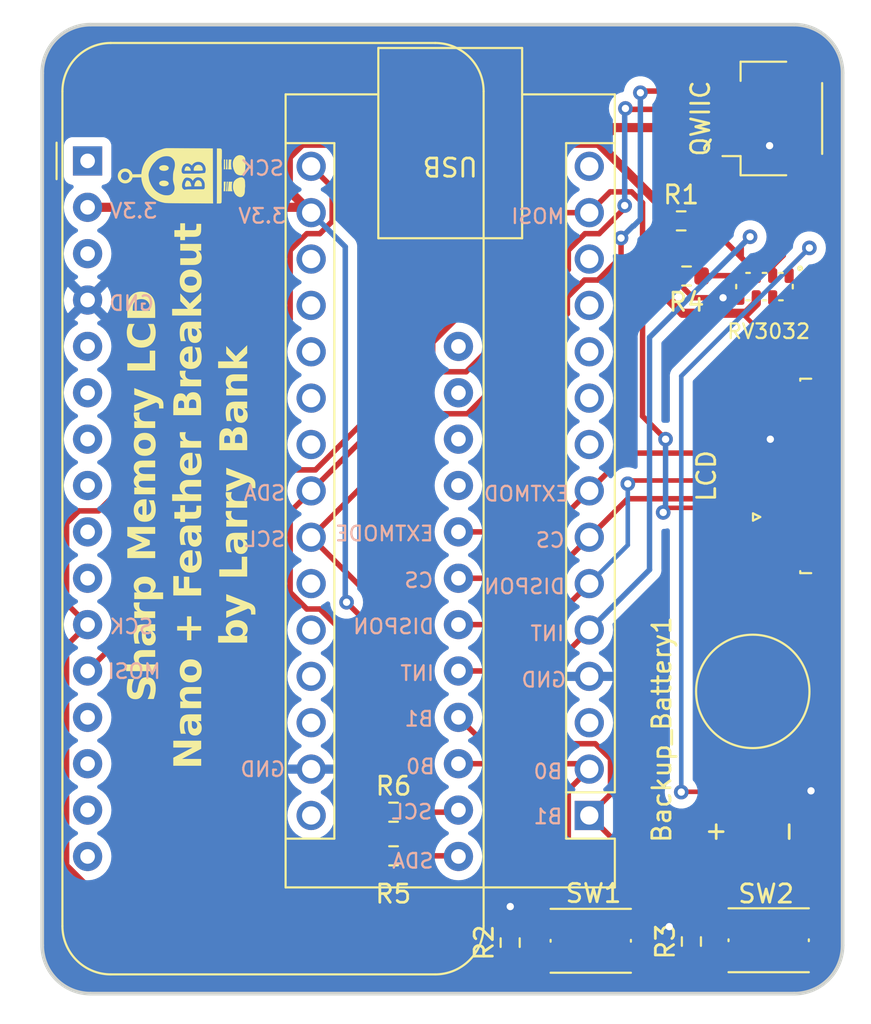
<source format=kicad_pcb>
(kicad_pcb (version 20221018) (generator pcbnew)
  (layers (0 "F.Cu" signal) (31 "B.Cu" signal) (34 "B.Paste" user) (35 "F.Paste" user) (36 "B.SilkS" user "B.Silkscreen") (37 "F.SilkS" user "F.Silkscreen") (38 "B.Mask" user) (39 "F.Mask" user) (44 "Edge.Cuts" user))
  (net 0 "")
  (net 1 "BUTTON1")
  (net 2 "BUTTON0")
  (net 4 "INT")
  (net 5 "DISPON")
  (net 6 "CS")
  (net 7 "EXTMODE")
  (net 13 "MOSI")
  (net 15 "SCK")
  (net 16 "+3.3V")
  (net 22 "SCL")
  (net 30 "GND")
  (net 45 "VBATT")
  (net 46 "Net-(R2-Pad1)")
  (net 47 "Net-(R3-Pad1)")
  (net 48 "Net-(RV1-EVI)")
  (net 49 "CLKOUT")
  (net 50 "SDA")
  (footprint "Battery:CR44_Tabs" (layer "F.Cu") (at 217.135 409.183223 90)
    (fp_text reference "Backup_Battery1" (at 0.913223 2.605 90 unlocked) (layer "F.SilkS"))
    (fp_text value "Battery_Cell")
    (fp_text user "-" (at -5.4 10.1 90 unlocked) (layer "F.SilkS") (effects (justify left bottom)))
    (fp_text user "+" (at -5.4 6.1 90 unlocked) (layer "F.SilkS") (effects (justify left bottom)))
    (pad "1" smd roundrect (at -2.5 5.5 90) (size 3 1) (layers "F.Cu" "F.Paste" "F.Mask") (net 45 "VBATT"))
    (pad "2" smd roundrect (at -2.5 9.5 90) (size 3 1) (layers "F.Cu" "F.Paste" "F.Mask") (net 30 "GND"))
  )
  (footprint "Resistor_SMD:R_0603_1608Metric" (layer "F.Cu") (at 205.045 415.19)
    (fp_text reference "R5" (at -0.015 2.09) (layer "F.SilkS"))
    (fp_text value "4.7k")
    (pad "1" smd roundrect (at -0.825 0) (size 0.8 0.95) (layers "F.Cu" "F.Paste" "F.Mask") (net 16 "+3.3V"))
    (pad "2" smd roundrect (at 0.825 0) (size 0.8 0.95) (layers "F.Cu" "F.Paste" "F.Mask") (net 50 "SDA"))
  )
  (footprint "Resistor_SMD:R_0603_1608Metric" (layer "F.Cu") (at 211.435 419.945 90)
    (fp_text reference "R2" (at 0 -1.43 90) (layer "F.SilkS"))
    (fp_text value "10k")
    (pad "1" smd roundrect (at -0.825 0 90) (size 0.8 0.95) (layers "F.Cu" "F.Paste" "F.Mask") (net 46 "Net-(R2-Pad1)"))
    (pad "2" smd roundrect (at 0.825 0 90) (size 0.8 0.95) (layers "F.Cu" "F.Paste" "F.Mask") (net 30 "GND"))
  )
  (footprint "Module:Adafruit_Feather" (layer "F.Cu") (at 188.28 377.125)
    (fp_text reference "A2" hide)
    (fp_text value "Adafruit_Feather_Generic" hide)
    (pad "1" thru_hole rect (at 0 0 180) (size 1.6 1.6) (drill 0.8) (layers "*.Cu" "*.Mask"))
    (pad "2" thru_hole circle (at 0 2.54 180) (size 1.6 1.6) (drill 0.8) (layers "*.Cu" "*.Mask") (net 16 "+3.3V"))
    (pad "3" thru_hole circle (at 0 5.08 180) (size 1.6 1.6) (drill 0.8) (layers "*.Cu" "*.Mask"))
    (pad "4" thru_hole circle (at 0 7.62 180) (size 1.6 1.6) (drill 0.8) (layers "*.Cu" "*.Mask") (net 30 "GND"))
    (pad "5" thru_hole circle (at 0 10.16 180) (size 1.6 1.6) (drill 0.8) (layers "*.Cu" "*.Mask"))
    (pad "6" thru_hole circle (at 0 12.7 180) (size 1.6 1.6) (drill 0.8) (layers "*.Cu" "*.Mask"))
    (pad "7" thru_hole circle (at 0 15.24 180) (size 1.6 1.6) (drill 0.8) (layers "*.Cu" "*.Mask"))
    (pad "8" thru_hole circle (at 0 17.78 180) (size 1.6 1.6) (drill 0.8) (layers "*.Cu" "*.Mask"))
    (pad "9" thru_hole circle (at 0 20.32 180) (size 1.6 1.6) (drill 0.8) (layers "*.Cu" "*.Mask"))
    (pad "10" thru_hole circle (at 0 22.86 180) (size 1.6 1.6) (drill 0.8) (layers "*.Cu" "*.Mask"))
    (pad "11" thru_hole circle (at 0 25.4 180) (size 1.6 1.6) (drill 0.8) (layers "*.Cu" "*.Mask") (net 15 "SCK"))
    (pad "12" thru_hole circle (at 0 27.94 180) (size 1.6 1.6) (drill 0.8) (layers "*.Cu" "*.Mask") (net 13 "MOSI"))
    (pad "13" thru_hole circle (at 0 30.48 180) (size 1.6 1.6) (drill 0.8) (layers "*.Cu" "*.Mask"))
    (pad "14" thru_hole circle (at 0 33.02 180) (size 1.6 1.6) (drill 0.8) (layers "*.Cu" "*.Mask"))
    (pad "15" thru_hole circle (at 0 35.56 180) (size 1.6 1.6) (drill 0.8) (layers "*.Cu" "*.Mask"))
    (pad "16" thru_hole circle (at 0 38.1 180) (size 1.6 1.6) (drill 0.8) (layers "*.Cu" "*.Mask"))
    (pad "17" thru_hole circle (at 20.32 38.1 180) (size 1.6 1.6) (drill 0.8) (layers "*.Cu" "*.Mask") (net 50 "SDA"))
    (pad "18" thru_hole circle (at 20.32 35.56 180) (size 1.6 1.6) (drill 0.8) (layers "*.Cu" "*.Mask") (net 22 "SCL"))
    (pad "19" thru_hole circle (at 20.32 33.02 180) (size 1.6 1.6) (drill 0.8) (layers "*.Cu" "*.Mask") (net 2 "BUTTON0"))
    (pad "20" thru_hole circle (at 20.32 30.48 180) (size 1.6 1.6) (drill 0.8) (layers "*.Cu" "*.Mask") (net 1 "BUTTON1"))
    (pad "21" thru_hole circle (at 20.32 27.94 180) (size 1.6 1.6) (drill 0.8) (layers "*.Cu" "*.Mask") (net 4 "INT"))
    (pad "22" thru_hole circle (at 20.32 25.4 180) (size 1.6 1.6) (drill 0.8) (layers "*.Cu" "*.Mask") (net 5 "DISPON"))
    (pad "23" thru_hole circle (at 20.32 22.86 180) (size 1.6 1.6) (drill 0.8) (layers "*.Cu" "*.Mask") (net 6 "CS"))
    (pad "24" thru_hole circle (at 20.32 20.32 180) (size 1.6 1.6) (drill 0.8) (layers "*.Cu" "*.Mask") (net 7 "EXTMODE"))
    (pad "25" thru_hole circle (at 20.32 17.78 180) (size 1.6 1.6) (drill 0.8) (layers "*.Cu" "*.Mask"))
    (pad "26" thru_hole circle (at 20.32 15.24 180) (size 1.6 1.6) (drill 0.8) (layers "*.Cu" "*.Mask"))
    (pad "27" thru_hole circle (at 20.32 12.7 180) (size 1.6 1.6) (drill 0.8) (layers "*.Cu" "*.Mask"))
    (pad "28" thru_hole circle (at 20.32 10.16 180) (size 1.6 1.6) (drill 0.8) (layers "*.Cu" "*.Mask"))
  )
  (footprint "Resistor_SMD:R_0603_1608Metric" (layer "F.Cu") (at 220.805 380.41)
    (fp_text reference "R1" (at 0 -1.43) (layer "F.SilkS"))
    (fp_text value "100K")
    (pad "1" smd roundrect (at -0.825 0) (size 0.8 0.95) (layers "F.Cu" "F.Paste" "F.Mask") (net 16 "+3.3V"))
    (pad "2" smd roundrect (at 0.825 0) (size 0.8 0.95) (layers "F.Cu" "F.Paste" "F.Mask") (net 4 "INT"))
  )
  (footprint "LOGO" (layer "F.Cu") (at 193.43 377.94 90)
    (fp_text reference "G***" hide)
    (fp_text value "LOGO" hide)
  )
  (footprint "Button_Switch_SMD:SW_Push_1P1T_NO_Vertical_Wuerth_434133025816" (layer "F.Cu") (at 225.6 419.815 180)
    (fp_text reference "SW2" (at 0.14 2.545) (layer "F.SilkS"))
    (fp_text value "SW_Push")
    (pad "1" smd rect (at -2.075 -1.075 180) (size 1.05 0.65) (layers "F.Cu" "F.Paste" "F.Mask") (net 47 "Net-(R3-Pad1)"))
    (pad "1" smd rect (at 2.075 -1.075 180) (size 1.05 0.65) (layers "F.Cu" "F.Paste" "F.Mask") (net 47 "Net-(R3-Pad1)"))
    (pad "2" smd rect (at -2.075 1.075 180) (size 1.05 0.65) (layers "F.Cu" "F.Paste" "F.Mask") (net 1 "BUTTON1"))
    (pad "2" smd rect (at 2.05 1.075 180) (size 1.05 0.65) (layers "F.Cu" "F.Paste" "F.Mask") (net 1 "BUTTON1"))
  )
  (footprint "Sensor:RV_3032_C7" (layer "F.Cu") (at 222.12 389.61 180)
    (fp_text reference "RV1" hide)
    (fp_text value "~")
    (pad "1" smd roundrect (at -4.6 6.2 180) (size 0.5 0.8) (layers "F.Cu" "F.Paste" "F.Mask") (net 45 "VBATT"))
    (pad "2" smd roundrect (at -3.7 6.2 180) (size 0.5 0.8) (layers "F.Cu" "F.Paste" "F.Mask") (net 50 "SDA"))
    (pad "3" smd roundrect (at -2.8 6.2 180) (size 0.5 0.8) (layers "F.Cu" "F.Paste" "F.Mask") (net 4 "INT"))
    (pad "4" smd roundrect (at -1.9 6.2 180) (size 0.5 0.8) (layers "F.Cu" "F.Paste" "F.Mask") (net 48 "Net-(RV1-EVI)"))
    (pad "5" smd roundrect (at -1.9 5 180) (size 0.5 0.8) (layers "F.Cu" "F.Paste" "F.Mask") (net 30 "GND"))
    (pad "6" smd roundrect (at -2.8 5 180) (size 0.5 0.8) (layers "F.Cu" "F.Paste" "F.Mask") (net 16 "+3.3V"))
    (pad "7" smd roundrect (at -3.7 5 180) (size 0.5 0.8) (layers "F.Cu" "F.Paste" "F.Mask") (net 49 "CLKOUT"))
    (pad "8" smd roundrect (at -4.6 5 180) (size 0.5 0.8) (layers "F.Cu" "F.Paste" "F.Mask") (net 22 "SCL"))
  )
  (footprint "Resistor_SMD:R_0603_1608Metric" (layer "F.Cu") (at 221.365 419.885 90)
    (fp_text reference "R3" (at 0 -1.43 90) (layer "F.SilkS"))
    (fp_text value "10k")
    (pad "1" smd roundrect (at -0.825 0 90) (size 0.8 0.95) (layers "F.Cu" "F.Paste" "F.Mask") (net 47 "Net-(R3-Pad1)"))
    (pad "2" smd roundrect (at 0.825 0 90) (size 0.8 0.95) (layers "F.Cu" "F.Paste" "F.Mask") (net 30 "GND"))
  )
  (footprint "Resistor_SMD:R_0603_1608Metric" (layer "F.Cu") (at 205.045 412.8)
    (fp_text reference "R6" (at 0 -1.43) (layer "F.SilkS"))
    (fp_text value "4.7k")
    (pad "1" smd roundrect (at -0.825 0) (size 0.8 0.95) (layers "F.Cu" "F.Paste" "F.Mask") (net 16 "+3.3V"))
    (pad "2" smd roundrect (at 0.825 0) (size 0.8 0.95) (layers "F.Cu" "F.Paste" "F.Mask") (net 22 "SCL"))
  )
  (footprint "Button_Switch_SMD:SW_Push_1P1T_NO_Vertical_Wuerth_434133025816" (layer "F.Cu") (at 215.85 419.845)
    (fp_text reference "SW1" (at 0.15 -2.6) (layer "F.SilkS"))
    (fp_text value "SW_Push")
    (pad "1" smd rect (at -2.075 -1.075) (size 1.05 0.65) (layers "F.Cu" "F.Paste" "F.Mask") (net 2 "BUTTON0"))
    (pad "1" smd rect (at 2.075 -1.075) (size 1.05 0.65) (layers "F.Cu" "F.Paste" "F.Mask") (net 2 "BUTTON0"))
    (pad "2" smd rect (at -2.075 1.075) (size 1.05 0.65) (layers "F.Cu" "F.Paste" "F.Mask") (net 46 "Net-(R2-Pad1)"))
    (pad "2" smd rect (at 2.05 1.075) (size 1.05 0.65) (layers "F.Cu" "F.Paste" "F.Mask") (net 46 "Net-(R2-Pad1)"))
  )
  (footprint "Module:Arduino_Nano" (layer "F.Cu") (at 215.77 412.98 180)
    (fp_text reference "A1" hide)
    (fp_text value "Arduino_Nano_v3.x")
    (fp_text user "USB" (at 7.62 35.56 180 unlocked) (layer "F.SilkS"))
    (pad "1" thru_hole rect (at 0 0 180) (size 1.6 1.6) (drill 1) (layers "*.Cu" "*.Mask") (net 1 "BUTTON1"))
    (pad "2" thru_hole oval (at 0 2.54 180) (size 1.6 1.6) (drill 1) (layers "*.Cu" "*.Mask") (net 2 "BUTTON0"))
    (pad "3" thru_hole oval (at 0 5.08 180) (size 1.6 1.6) (drill 1) (layers "*.Cu" "*.Mask"))
    (pad "4" thru_hole oval (at 0 7.62 180) (size 1.6 1.6) (drill 1) (layers "*.Cu" "*.Mask") (net 30 "GND"))
    (pad "5" thru_hole oval (at 0 10.16 180) (size 1.6 1.6) (drill 1) (layers "*.Cu" "*.Mask") (net 4 "INT"))
    (pad "6" thru_hole oval (at 0 12.7 180) (size 1.6 1.6) (drill 1) (layers "*.Cu" "*.Mask") (net 5 "DISPON"))
    (pad "7" thru_hole oval (at 0 15.24 180) (size 1.6 1.6) (drill 1) (layers "*.Cu" "*.Mask") (net 6 "CS"))
    (pad "8" thru_hole oval (at 0 17.78 180) (size 1.6 1.6) (drill 1) (layers "*.Cu" "*.Mask") (net 7 "EXTMODE"))
    (pad "9" thru_hole oval (at 0 20.32 180) (size 1.6 1.6) (drill 1) (layers "*.Cu" "*.Mask"))
    (pad "10" thru_hole oval (at 0 22.86 180) (size 1.6 1.6) (drill 1) (layers "*.Cu" "*.Mask"))
    (pad "11" thru_hole oval (at 0 25.4 180) (size 1.6 1.6) (drill 1) (layers "*.Cu" "*.Mask"))
    (pad "12" thru_hole oval (at 0 27.94 180) (size 1.6 1.6) (drill 1) (layers "*.Cu" "*.Mask"))
    (pad "13" thru_hole oval (at 0 30.48 180) (size 1.6 1.6) (drill 1) (layers "*.Cu" "*.Mask"))
    (pad "14" thru_hole oval (at 0 33.02 180) (size 1.6 1.6) (drill 1) (layers "*.Cu" "*.Mask") (net 13 "MOSI"))
    (pad "15" thru_hole oval (at 0 35.56 180) (size 1.6 1.6) (drill 1) (layers "*.Cu" "*.Mask"))
    (pad "16" thru_hole oval (at 15.24 35.56 180) (size 1.6 1.6) (drill 1) (layers "*.Cu" "*.Mask") (net 15 "SCK"))
    (pad "17" thru_hole oval (at 15.24 33.02 180) (size 1.6 1.6) (drill 1) (layers "*.Cu" "*.Mask") (net 16 "+3.3V"))
    (pad "18" thru_hole oval (at 15.24 30.48 180) (size 1.6 1.6) (drill 1) (layers "*.Cu" "*.Mask"))
    (pad "19" thru_hole oval (at 15.24 27.94 180) (size 1.6 1.6) (drill 1) (layers "*.Cu" "*.Mask"))
    (pad "20" thru_hole oval (at 15.24 25.4 180) (size 1.6 1.6) (drill 1) (layers "*.Cu" "*.Mask"))
    (pad "21" thru_hole oval (at 15.24 22.86 180) (size 1.6 1.6) (drill 1) (layers "*.Cu" "*.Mask"))
    (pad "22" thru_hole oval (at 15.24 20.32 180) (size 1.6 1.6) (drill 1) (layers "*.Cu" "*.Mask"))
    (pad "23" thru_hole oval (at 15.24 17.78 180) (size 1.6 1.6) (drill 1) (layers "*.Cu" "*.Mask") (net 50 "SDA"))
    (pad "24" thru_hole oval (at 15.24 15.24 180) (size 1.6 1.6) (drill 1) (layers "*.Cu" "*.Mask") (net 22 "SCL"))
    (pad "25" thru_hole oval (at 15.24 12.7 180) (size 1.6 1.6) (drill 1) (layers "*.Cu" "*.Mask"))
    (pad "26" thru_hole oval (at 15.24 10.16 180) (size 1.6 1.6) (drill 1) (layers "*.Cu" "*.Mask"))
    (pad "27" thru_hole oval (at 15.24 7.62 180) (size 1.6 1.6) (drill 1) (layers "*.Cu" "*.Mask"))
    (pad "28" thru_hole oval (at 15.24 5.08 180) (size 1.6 1.6) (drill 1) (layers "*.Cu" "*.Mask"))
    (pad "29" thru_hole oval (at 15.24 2.54 180) (size 1.6 1.6) (drill 1) (layers "*.Cu" "*.Mask") (net 30 "GND"))
    (pad "30" thru_hole oval (at 15.24 0 180) (size 1.6 1.6) (drill 1) (layers "*.Cu" "*.Mask"))
  )
  (footprint "Connector_FFC-FPC:TE_1-1734839-0_1x10-1MP_P0.5mm_Horizontal" (layer "F.Cu") (at 225.29 394.38 90)
    (fp_text reference "LCD" (at 0 -3.1 90) (layer "F.SilkS"))
    (fp_text value "~")
    (pad "1" smd rect (at -2.25 -1.35 90) (size 0.3 1.1) (layers "F.Cu" "F.Paste" "F.Mask") (net 15 "SCK"))
    (pad "2" smd rect (at -1.75 -1.35 90) (size 0.3 1.1) (layers "F.Cu" "F.Paste" "F.Mask") (net 13 "MOSI"))
    (pad "3" smd rect (at -1.25 -1.35 90) (size 0.3 1.1) (layers "F.Cu" "F.Paste" "F.Mask") (net 6 "CS"))
    (pad "4" smd rect (at -0.75 -1.35 90) (size 0.3 1.1) (layers "F.Cu" "F.Paste" "F.Mask") (net 49 "CLKOUT"))
    (pad "5" smd rect (at -0.25 -1.35 90) (size 0.3 1.1) (layers "F.Cu" "F.Paste" "F.Mask") (net 5 "DISPON"))
    (pad "6" smd rect (at 0.25 -1.35 90) (size 0.3 1.1) (layers "F.Cu" "F.Paste" "F.Mask") (net 16 "+3.3V"))
    (pad "7" smd rect (at 0.75 -1.35 90) (size 0.3 1.1) (layers "F.Cu" "F.Paste" "F.Mask") (net 16 "+3.3V"))
    (pad "8" smd rect (at 1.25 -1.35 90) (size 0.3 1.1) (layers "F.Cu" "F.Paste" "F.Mask") (net 7 "EXTMODE"))
    (pad "9" smd rect (at 1.75 -1.35 90) (size 0.3 1.1) (layers "F.Cu" "F.Paste" "F.Mask") (net 30 "GND"))
    (pad "10" smd rect (at 2.25 -1.35 90) (size 0.3 1.1) (layers "F.Cu" "F.Paste" "F.Mask") (net 30 "GND"))
    (pad "MP" smd rect (at -3.92 0.35 90) (size 2.3 3.1) (layers "F.Cu" "F.Paste" "F.Mask"))
    (pad "MP" smd rect (at 3.92 0.35 90) (size 2.3 3.1) (layers "F.Cu" "F.Paste" "F.Mask"))
  )
  (footprint "Connector_JST:JST_SH_SM04B-SRSS-TB_1x04-1MP_P1.00mm_Horizontal" (layer "F.Cu") (at 225.845 374.8 90)
    (fp_text reference "QWIIC" (at 0 -3.98 90) (layer "F.SilkS"))
    (fp_text value "QWIIC")
    (pad "1" smd roundrect (at -1.5 -2 90) (size 0.6 1.55) (layers "F.Cu" "F.Paste" "F.Mask") (net 30 "GND"))
    (pad "2" smd roundrect (at -0.5 -2 90) (size 0.6 1.55) (layers "F.Cu" "F.Paste" "F.Mask") (net 16 "+3.3V"))
    (pad "3" smd roundrect (at 0.5 -2 90) (size 0.6 1.55) (layers "F.Cu" "F.Paste" "F.Mask") (net 50 "SDA"))
    (pad "4" smd roundrect (at 1.5 -2 90) (size 0.6 1.55) (layers "F.Cu" "F.Paste" "F.Mask") (net 22 "SCL"))
    (pad "MP" smd roundrect (at -2.8 1.875 90) (size 1.2 1.8) (layers "F.Cu" "F.Paste" "F.Mask") (roundrect_rratio 0.2083333333))
    (pad "MP" smd roundrect (at 2.8 1.875 90) (size 1.2 1.8) (layers "F.Cu" "F.Paste" "F.Mask") (roundrect_rratio 0.2083333333))
  )
  (footprint "Resistor_SMD:R_0603_1608Metric" (layer "F.Cu") (at 221.1 383.43 180)
    (fp_text reference "R4" (at 0 -1.43) (layer "F.SilkS"))
    (fp_text value "10K")
    (pad "1" smd roundrect (at -0.825 0 180) (size 0.8 0.95) (layers "F.Cu" "F.Paste" "F.Mask") (net 48 "Net-(RV1-EVI)"))
    (pad "2" smd roundrect (at 0.825 0 180) (size 0.8 0.95) (layers "F.Cu" "F.Paste" "F.Mask") (net 30 "GND"))
  )
  (gr_arc (start 185.793833 372.310002) (mid 186.570001 370.43617) (end 188.443833 369.660002) (stroke (width 0.2)) (layer "Edge.Cuts"))
  (gr_arc (start 227 369.660002) (mid 228.873832 370.436169) (end 229.65 372.310002) (stroke (width 0.2)) (layer "Edge.Cuts"))
  (gr_line (start 188.443833 369.660002) (end 227 369.660002) (stroke (width 0.2)) (layer "Edge.Cuts"))
  (gr_line (start 229.65 372.310002) (end 229.65 420.09) (stroke (width 0.2)) (layer "Edge.Cuts"))
  (gr_line (start 188.443833 422.74) (end 227 422.74) (stroke (width 0.2)) (layer "Edge.Cuts"))
  (gr_line (start 185.793833 372.310002) (end 185.793833 420.09) (stroke (width 0.2)) (layer "Edge.Cuts"))
  (gr_arc (start 229.65 420.09) (mid 228.873832 421.963832) (end 227 422.74) (stroke (width 0.2)) (layer "Edge.Cuts"))
  (gr_arc (start 188.443833 422.74) (mid 186.570001 421.963833) (end 185.793833 420.09) (stroke (width 0.2)) (layer "Edge.Cuts"))
  (gr_text "CS" (at 207.29 400.57) (layer "B.SilkS") (effects (font (size 0.8 0.8) (thickness 0.125)) (justify left bottom mirror)))
  (gr_text "B0" (at 207.38 410.77) (layer "B.SilkS") (effects (font (size 0.8 0.8) (thickness 0.125)) (justify left bottom mirror)))
  (gr_text "SCL" (at 207.24 413.25) (layer "B.SilkS") (effects (font (size 0.8 0.8) (thickness 0.125)) (justify left bottom mirror)))
  (gr_text "B1" (at 214.37 413.51) (layer "B.SilkS") (effects (font (size 0.8 0.8) (thickness 0.125)) (justify left bottom mirror)))
  (gr_text "SCL" (at 199.18 398.32) (layer "B.SilkS") (effects (font (size 0.8 0.8) (thickness 0.125)) (justify left bottom mirror)))
  (gr_text "MOSI" (at 214.48 380.63) (layer "B.SilkS") (effects (font (size 0.8 0.8) (thickness 0.125)) (justify left bottom mirror)))
  (gr_text "INT" (at 214.47 403.48) (layer "B.SilkS") (effects (font (size 0.8 0.8) (thickness 0.125)) (justify left bottom mirror)))
  (gr_text "3.3V" (at 199.22 380.61) (layer "B.SilkS") (effects (font (size 0.8 0.8) (thickness 0.125)) (justify left bottom mirror)))
  (gr_text "GND" (at 191.99 385.39) (layer "B.SilkS") (effects (font (size 0.8 0.8) (thickness 0.125)) (justify left bottom mirror)))
  (gr_text "SCK" (at 191.94 403.1) (layer "B.SilkS") (effects (font (size 0.8 0.8) (thickness 0.125)) (justify left bottom mirror)))
  (gr_text "MOSI" (at 192.36 405.55) (layer "B.SilkS") (effects (font (size 0.8 0.8) (thickness 0.125)) (justify left bottom mirror)))
  (gr_text "GND" (at 214.58 406.02) (layer "B.SilkS") (effects (font (size 0.8 0.8) (thickness 0.125)) (justify left bottom mirror)))
  (gr_text "GND" (at 199.18 410.92) (layer "B.SilkS") (effects (font (size 0.8 0.8) (thickness 0.125)) (justify left bottom mirror)))
  (gr_text "INT" (at 207.34 405.66) (layer "B.SilkS") (effects (font (size 0.8 0.8) (thickness 0.125)) (justify left bottom mirror)))
  (gr_text "B0" (at 214.37 411.04) (layer "B.SilkS") (effects (font (size 0.8 0.8) (thickness 0.125)) (justify left bottom mirror)))
  (gr_text "SDA" (at 207.31 415.94) (layer "B.SilkS") (effects (font (size 0.8 0.8) (thickness 0.125)) (justify left bottom mirror)))
  (gr_text "EXTMODE" (at 207.31 398.01) (layer "B.SilkS") (effects (font (size 0.8 0.8) (thickness 0.125)) (justify left bottom mirror)))
  (gr_text "B1" (at 207.3 408.16) (layer "B.SilkS") (effects (font (size 0.8 0.8) (thickness 0.125)) (justify left bottom mirror)))
  (gr_text "CS" (at 214.49 398.37) (layer "B.SilkS") (effects (font (size 0.8 0.8) (thickness 0.125)) (justify left bottom mirror)))
  (gr_text "DISPON" (at 214.51 400.91) (layer "B.SilkS") (effects (font (size 0.8 0.8) (thickness 0.125)) (justify left bottom mirror)))
  (gr_text "3.3V" (at 192.17 380.33) (layer "B.SilkS") (effects (font (size 0.8 0.8) (thickness 0.125)) (justify left bottom mirror)))
  (gr_text "SDA" (at 199.18 395.79) (layer "B.SilkS") (effects (font (size 0.8 0.8) (thickness 0.125)) (justify left bottom mirror)))
  (gr_text "SCK" (at 199.11 377.99) (layer "B.SilkS") (effects (font (size 0.8 0.8) (thickness 0.125)) (justify left bottom mirror)))
  (gr_text "EXTMOD" (at 214.73 395.83) (layer "B.SilkS") (effects (font (size 0.8 0.8) (thickness 0.125)) (justify left bottom mirror)))
  (gr_text "DISPON" (at 207.34 403.1) (layer "B.SilkS") (effects (font (size 0.8 0.8) (thickness 0.125)) (justify left bottom mirror)))
  (gr_text "Sharp Memory LCD\nNano + Feather Breakout\nby Larry Bank" (at 197.28 395.47 90) (layer "F.SilkS") (effects (font (size 1.5 1.5) (thickness 0.2) bold) (justify bottom)))
  (gr_text "RV3032" (at 223.25 386.93) (layer "F.SilkS") (effects (font (size 0.8 0.8) (thickness 0.125)) (justify left bottom)))
  (segment (start 222.56 417.75) (end 223.55 418.74) (width 0.3) (layer "F.Cu") (net 1))
  (segment (start 216.93 411.82) (end 215.77 412.98) (width 0.3) (layer "F.Cu") (net 1))
  (segment (start 208.6 407.605) (end 210.045 409.05) (width 0.3) (layer "F.Cu") (net 1))
  (segment (start 210.045 409.05) (end 216.1 409.05) (width 0.3) (layer "F.Cu") (net 1))
  (segment (start 216.1 409.05) (end 216.93 409.88) (width 0.3) (layer "F.Cu") (net 1))
  (segment (start 215.77 412.98) (end 220.54 417.75) (width 0.3) (layer "F.Cu") (net 1))
  (segment (start 223.55 418.74) (end 227.675 418.74) (width 0.3) (layer "F.Cu") (net 1))
  (segment (start 220.54 417.75) (end 222.56 417.75) (width 0.3) (layer "F.Cu") (net 1))
  (segment (start 216.93 409.88) (end 216.93 411.82) (width 0.3) (layer "F.Cu") (net 1))
  (segment (start 215.475 410.145) (end 215.77 410.44) (width 0.3) (layer "F.Cu") (net 2))
  (segment (start 208.6 410.145) (end 215.475 410.145) (width 0.3) (layer "F.Cu") (net 2))
  (segment (start 214.62 415.465) (end 214.62 411.59) (width 0.3) (layer "F.Cu") (net 2))
  (segment (start 213.775 418.77) (end 217.925 418.77) (width 0.3) (layer "F.Cu") (net 2))
  (segment (start 217.925 418.77) (end 214.62 415.465) (width 0.3) (layer "F.Cu") (net 2))
  (segment (start 214.62 411.59) (end 215.77 410.44) (width 0.3) (layer "F.Cu") (net 2))
  (segment (start 222.091751 380.41) (end 224.095875 382.414125) (width 0.3) (layer "F.Cu") (net 4))
  (segment (start 208.6 405.065) (end 213.525 405.065) (width 0.3) (layer "F.Cu") (net 4))
  (segment (start 224.095875 382.414125) (end 224.095875 381.764125) (width 0.3) (layer "F.Cu") (net 4))
  (segment (start 224.92 383.238249) (end 224.92 383.41) (width 0.3) (layer "F.Cu") (net 4))
  (segment (start 213.525 405.065) (end 215.77 402.82) (width 0.3) (layer "F.Cu") (net 4))
  (segment (start 224.095875 382.414125) (end 224.92 383.238249) (width 0.3) (layer "F.Cu") (net 4))
  (segment (start 221.63 380.41) (end 222.091751 380.41) (width 0.3) (layer "F.Cu") (net 4))
  (segment (start 224.095875 381.764125) (end 224.58 381.28) (width 0.3) (layer "F.Cu") (net 4))
  (via (at 224.58 381.28) (size 0.8) (drill 0.4) (layers "F.Cu" "B.Cu") (net 4))
  (segment (start 224.58 381.28) (end 219.07 386.79) (width 0.3) (layer "B.Cu") (net 4))
  (segment (start 219.07 399.52) (end 215.77 402.82) (width 0.3) (layer "B.Cu") (net 4))
  (segment (start 219.07 386.79) (end 219.07 399.52) (width 0.3) (layer "B.Cu") (net 4))
  (segment (start 208.6 402.525) (end 213.525 402.525) (width 0.3) (layer "F.Cu") (net 5))
  (segment (start 213.525 402.525) (end 215.77 400.28) (width 0.3) (layer "F.Cu") (net 5))
  (segment (start 218.06 394.63) (end 217.88 394.81) (width 0.25) (layer "F.Cu") (net 5))
  (segment (start 223.94 394.63) (end 218.06 394.63) (width 0.25) (layer "F.Cu") (net 5))
  (via (at 217.88 394.81) (size 0.8) (drill 0.4) (layers "F.Cu" "B.Cu") (net 5))
  (segment (start 217.88 394.81) (end 217.88 398.17) (width 0.25) (layer "B.Cu") (net 5))
  (segment (start 217.88 398.17) (end 215.77 400.28) (width 0.25) (layer "B.Cu") (net 5))
  (segment (start 217.88 395.63) (end 223.94 395.63) (width 0.3) (layer "F.Cu") (net 6))
  (segment (start 215.77 397.74) (end 217.88 395.63) (width 0.3) (layer "F.Cu") (net 6))
  (segment (start 213.525 399.985) (end 215.77 397.74) (width 0.3) (layer "F.Cu") (net 6))
  (segment (start 208.6 399.985) (end 213.525 399.985) (width 0.3) (layer "F.Cu") (net 6))
  (segment (start 208.6 397.445) (end 213.525 397.445) (width 0.3) (layer "F.Cu") (net 7))
  (segment (start 213.525 397.445) (end 215.77 395.2) (width 0.3) (layer "F.Cu") (net 7))
  (segment (start 217.84 393.13) (end 223.94 393.13) (width 0.3) (layer "F.Cu") (net 7))
  (segment (start 215.77 395.2) (end 217.84 393.13) (width 0.3) (layer "F.Cu") (net 7))
  (segment (start 223.94 396.13) (end 219.83 396.13) (width 0.25) (layer "F.Cu") (net 13))
  (segment (start 218.69 391.11) (end 219.95 392.37) (width 0.3) (layer "F.Cu") (net 13))
  (segment (start 215.77 379.96) (end 216.91 378.82) (width 0.3) (layer "F.Cu") (net 13))
  (segment (start 219.82 396.12) (end 219.82 396.3795) (width 0.25) (layer "F.Cu") (net 13))
  (segment (start 207.19 387.068654) (end 214.298654 379.96) (width 0.3) (layer "F.Cu") (net 13))
  (segment (start 216.91 378.82) (end 218.089239 378.82) (width 0.3) (layer "F.Cu") (net 13))
  (segment (start 199.295 394.05) (end 200.766346 394.05) (width 0.3) (layer "F.Cu") (net 13))
  (segment (start 219.83 396.13) (end 219.82 396.12) (width 0.25) (layer "F.Cu") (net 13))
  (segment (start 188.28 405.065) (end 199.295 394.05) (width 0.3) (layer "F.Cu") (net 13))
  (segment (start 218.089239 378.82) (end 218.69 379.420761) (width 0.3) (layer "F.Cu") (net 13))
  (segment (start 207.19 387.626346) (end 207.19 387.068654) (width 0.3) (layer "F.Cu") (net 13))
  (segment (start 200.766346 394.05) (end 207.19 387.626346) (width 0.3) (layer "F.Cu") (net 13))
  (segment (start 214.298654 379.96) (end 215.77 379.96) (width 0.3) (layer "F.Cu") (net 13))
  (segment (start 218.69 379.420761) (end 218.69 391.11) (width 0.3) (layer "F.Cu") (net 13))
  (via (at 219.82 396.3795) (size 0.8) (drill 0.4) (layers "F.Cu" "B.Cu") (net 13))
  (via (at 219.95 392.37) (size 0.8) (drill 0.4) (layers "F.Cu" "B.Cu") (net 13))
  (segment (start 219.95 396.2495) (end 219.82 396.3795) (width 0.3) (layer "B.Cu") (net 13))
  (segment (start 219.95 392.37) (end 219.95 396.2495) (width 0.3) (layer "B.Cu") (net 13))
  (segment (start 199.38 385.8) (end 199.38 382.023654) (width 0.3) (layer "F.Cu") (net 15))
  (segment (start 193.028654 421.6) (end 228.396357 421.6) (width 0.3) (layer "F.Cu") (net 15))
  (segment (start 200.293654 381.11) (end 201.006346 381.11) (width 0.3) (layer "F.Cu") (net 15))
  (segment (start 228.396357 421.6) (end 228.76 421.236357) (width 0.3) (layer "F.Cu") (net 15))
  (segment (start 187.803654 396.295) (end 188.885 396.295) (width 0.3) (layer "F.Cu") (net 15))
  (segment (start 187.13 415.701346) (end 193.028654 421.6) (width 0.3) (layer "F.Cu") (net 15))
  (segment (start 188.28 402.525) (end 187.13 401.375) (width 0.3) (layer "F.Cu") (net 15))
  (segment (start 187.13 396.968654) (end 187.803654 396.295) (width 0.3) (layer "F.Cu") (net 15))
  (segment (start 187.13 403.675) (end 187.13 415.701346) (width 0.3) (layer "F.Cu") (net 15))
  (segment (start 199.38 382.023654) (end 200.293654 381.11) (width 0.3) (layer "F.Cu") (net 15))
  (segment (start 187.13 401.375) (end 187.13 396.968654) (width 0.3) (layer "F.Cu") (net 15))
  (segment (start 188.28 402.525) (end 187.13 403.675) (width 0.3) (layer "F.Cu") (net 15))
  (segment (start 201.68 380.436346) (end 201.68 378.57) (width 0.3) (layer "F.Cu") (net 15))
  (segment (start 227.37 396.63) (end 223.94 396.63) (width 0.3) (layer "F.Cu") (net 15))
  (segment (start 201.006346 381.11) (end 201.68 380.436346) (width 0.3) (layer "F.Cu") (net 15))
  (segment (start 228.76 421.236357) (end 228.76 398.02) (width 0.3) (layer "F.Cu") (net 15))
  (segment (start 188.885 396.295) (end 199.38 385.8) (width 0.3) (layer "F.Cu") (net 15))
  (segment (start 201.68 378.57) (end 200.53 377.42) (width 0.3) (layer "F.Cu") (net 15))
  (segment (start 228.76 398.02) (end 227.37 396.63) (width 0.3) (layer "F.Cu") (net 15))
  (segment (start 224.373173 385.47) (end 220.88 385.47) (width 0.5) (layer "F.Cu") (net 16))
  (segment (start 219.425 380.965) (end 219.98 380.41) (width 0.5) (layer "F.Cu") (net 16))
  (segment (start 223.94 393.63) (end 225.03 393.63) (width 0.25) (layer "F.Cu") (net 16))
  (segment (start 199.28 378.71) (end 199.28 376.902233) (width 0.5) (layer "F.Cu") (net 16))
  (segment (start 225.03 393.63) (end 225.31 393.91) (width 0.25) (layer "F.Cu") (net 16))
  (segment (start 204.22 403.05) (end 202.47 401.3) (width 0.3) (layer "F.Cu") (net 16))
  (segment (start 204.22 412.8) (end 204.22 403.05) (width 0.3) (layer "F.Cu") (net 16))
  (segment (start 219.98 379.862233) (end 219.98 380.41) (width 0.5) (layer "F.Cu") (net 16))
  (segment (start 224.92 384.923173) (end 224.373173 385.47) (width 0.5) (layer "F.Cu") (net 16))
  (segment (start 225.31 393.91) (end 225.09 394.13) (width 0.25) (layer "F.Cu") (net 16))
  (segment (start 224.92 384.61) (end 224.92 384.923173) (width 0.5) (layer "F.Cu") (net 16))
  (segment (start 225.54 393.91) (end 227.515 391.935) (width 0.25) (layer "F.Cu") (net 16))
  (segment (start 188.28 379.665) (end 200.235 379.665) (width 0.5) (layer "F.Cu") (net 16))
  (segment (start 220.88 385.47) (end 219.425 384.015) (width 0.5) (layer "F.Cu") (net 16))
  (segment (start 219.425 384.015) (end 219.425 380.965) (width 0.5) (layer "F.Cu") (net 16))
  (segment (start 199.28 376.902233) (end 200.022233 376.16) (width 0.5) (layer "F.Cu") (net 16))
  (segment (start 227.515 388.835) (end 224.15 385.47) (width 0.25) (layer "F.Cu") (net 16))
  (segment (start 217.137767 375.3) (end 223.845 375.3) (width 0.5) (layer "F.Cu") (net 16))
  (segment (start 227.515 391.935) (end 227.515 388.835) (width 0.25) (layer "F.Cu") (net 16))
  (segment (start 200.53 379.96) (end 199.28 378.71) (width 0.5) (layer "F.Cu") (net 16))
  (segment (start 200.022233 376.16) (end 216.277767 376.16) (width 0.5) (layer "F.Cu") (net 16))
  (segment (start 200.235 379.665) (end 200.53 379.96) (width 0.5) (layer "F.Cu") (net 16))
  (segment (start 204.22 415.19) (end 204.22 412.8) (width 0.3) (layer "F.Cu") (net 16))
  (segment (start 216.277767 376.16) (end 219.98 379.862233) (width 0.5) (layer "F.Cu") (net 16))
  (segment (start 216.277767 376.16) (end 217.137767 375.3) (width 0.5) (layer "F.Cu") (net 16))
  (segment (start 225.31 393.91) (end 225.54 393.91) (width 0.25) (layer "F.Cu") (net 16))
  (segment (start 225.09 394.13) (end 223.94 394.13) (width 0.25) (layer "F.Cu") (net 16))
  (via (at 202.47 401.3) (size 0.8) (drill 0.4) (layers "F.Cu" "B.Cu") (net 16))
  (segment (start 202.4 401.23) (end 202.4 381.83) (width 0.3) (layer "B.Cu") (net 16))
  (segment (start 202.4 381.83) (end 200.53 379.96) (width 0.3) (layer "B.Cu") (net 16))
  (segment (start 202.47 401.3) (end 202.4 401.23) (width 0.3) (layer "B.Cu") (net 16))
  (segment (start 214.57 385.5) (end 214.57 384.59) (width 0.3) (layer "F.Cu") (net 22))
  (segment (start 205.87 403.08) (end 205.87 412.8) (width 0.3) (layer "F.Cu") (net 22))
  (segment (start 209.095 390.975) (end 214.57 385.5) (width 0.3) (layer "F.Cu") (net 22))
  (segment (start 207.295 390.975) (end 209.095 390.975) (width 0.3) (layer "F.Cu") (net 22))
  (segment (start 208.485 412.8) (end 208.6 412.685) (width 0.3) (layer "F.Cu") (net 22))
  (segment (start 200.53 397.74) (end 207.295 390.975) (width 0.3) (layer "F.Cu") (net 22))
  (segment (start 205.87 412.8) (end 208.485 412.8) (width 0.3) (layer "F.Cu") (net 22))
  (segment (start 216.246346 383.65) (end 217.51 382.386346) (width 0.3) (layer "F.Cu") (net 22))
  (segment (start 229.02 382.31) (end 226.72 384.61) (width 0.3) (layer "F.Cu") (net 22))
  (segment (start 223.845 373.3) (end 227.81 373.3) (width 0.3) (layer "F.Cu") (net 22))
  (segment (start 215.51 383.65) (end 216.246346 383.65) (width 0.3) (layer "F.Cu") (net 22))
  (segment (start 227.81 373.3) (end 229.02 374.51) (width 0.3) (layer "F.Cu") (net 22))
  (segment (start 200.53 397.74) (end 205.87 403.08) (width 0.3) (layer "F.Cu") (net 22))
  (segment (start 214.57 384.59) (end 215.51 383.65) (width 0.3) (layer "F.Cu") (net 22))
  (segment (start 229.02 374.51) (end 229.02 382.31) (width 0.3) (layer "F.Cu") (net 22))
  (segment (start 223.845 373.3) (end 218.66 373.3) (width 0.3) (layer "F.Cu") (net 22))
  (segment (start 218.66 373.3) (end 218.57 373.39) (width 0.3) (layer "F.Cu") (net 22))
  (segment (start 217.51 382.386346) (end 217.51 381.35) (width 0.3) (layer "F.Cu") (net 22))
  (via (at 218.57 373.39) (size 0.8) (drill 0.4) (layers "F.Cu" "B.Cu") (net 22))
  (via (at 217.51 381.35) (size 0.8) (drill 0.4) (layers "F.Cu" "B.Cu") (net 22))
  (segment (start 218.2 380.69) (end 218.17 380.69) (width 0.3) (layer "B.Cu") (net 22))
  (segment (start 218.57 380.32) (end 218.57 373.39) (width 0.3) (layer "B.Cu") (net 22))
  (segment (start 218.2 380.69) (end 218.57 380.32) (width 0.3) (layer "B.Cu") (net 22))
  (segment (start 218.17 380.69) (end 217.51 381.35) (width 0.3) (layer "B.Cu") (net 22))
  (segment (start 223.94 392.63) (end 224.94 392.63) (width 0.25) (layer "F.Cu") (net 30))
  (segment (start 225.64 376.3) (end 225.65 376.29) (width 0.3) (layer "F.Cu") (net 30))
  (segment (start 223.11 384.61) (end 223.1 384.62) (width 0.3) (layer "F.Cu") (net 30))
  (segment (start 225.2 392.37) (end 225.69 392.37) (width 0.25) (layer "F.Cu") (net 30))
  (segment (start 223.845 376.3) (end 225.64 376.3) (width 0.3) (layer "F.Cu") (net 30))
  (segment (start 221.365 419.06) (end 220.16 419.06) (width 0.3) (layer "F.Cu") (net 30))
  (segment (start 220.16 419.06) (end 220.15 419.07) (width 0.3) (layer "F.Cu") (net 30))
  (segment (start 224.94 392.63) (end 225.2 392.37) (width 0.25) (layer "F.Cu") (net 30))
  (segment (start 224.02 384.61) (end 223.11 384.61) (width 0.3) (layer "F.Cu") (net 30))
  (segment (start 225.2 392.37) (end 224.96 392.13) (width 0.25) (layer "F.Cu") (net 30))
  (segment (start 211.435 417.975) (end 211.44 417.97) (width 0.3) (layer "F.Cu") (net 30))
  (segment (start 211.435 419.12) (end 211.435 417.975) (width 0.3) (layer "F.Cu") (net 30))
  (segment (start 224.96 392.13) (end 223.94 392.13) (width 0.25) (layer "F.Cu") (net 30))
  (segment (start 220.275 383.43) (end 221.465 384.62) (width 0.3) (layer "F.Cu") (net 30))
  (segment (start 221.465 384.62) (end 223.1 384.62) (width 0.3) (layer "F.Cu") (net 30))
  (segment (start 226.635 411.683223) (end 227.866777 411.683223) (width 0.5) (layer "F.Cu") (net 30))
  (segment (start 227.866777 411.683223) (end 227.92 411.63) (width 0.5) (layer "F.Cu") (net 30))
  (via (at 227.92 411.63) (size 0.8) (drill 0.4) (layers "F.Cu" "B.Cu") (net 30))
  (via (at 220.15 419.07) (size 0.8) (drill 0.4) (layers "F.Cu" "B.Cu") (net 30))
  (via (at 223.1 384.62) (size 0.8) (drill 0.4) (layers "F.Cu" "B.Cu") (net 30))
  (via (at 225.69 392.37) (size 0.8) (drill 0.4) (layers "F.Cu" "B.Cu") (net 30))
  (via (at 211.44 417.97) (size 0.8) (drill 0.4) (layers "F.Cu" "B.Cu") (net 30))
  (via (at 225.65 376.29) (size 0.8) (drill 0.4) (layers "F.Cu" "B.Cu") (net 30))
  (segment (start 220.826777 411.683223) (end 220.81 411.7) (width 0.25) (layer "F.Cu") (net 45))
  (segment (start 222.635 411.683223) (end 220.826777 411.683223) (width 0.25) (layer "F.Cu") (net 45))
  (segment (start 226.72 383) (end 227.83 381.89) (width 0.25) (layer "F.Cu") (net 45))
  (segment (start 226.72 383.41) (end 226.72 383) (width 0.25) (layer "F.Cu") (net 45))
  (via (at 227.83 381.89) (size 0.8) (drill 0.4) (layers "F.Cu" "B.Cu") (net 45))
  (via (at 220.81 411.7) (size 0.8) (drill 0.4) (layers "F.Cu" "B.Cu") (net 45))
  (segment (start 220.81 388.91) (end 227.83 381.89) (width 0.25) (layer "B.Cu") (net 45))
  (segment (start 220.81 411.7) (end 220.81 388.91) (width 0.25) (layer "B.Cu") (net 45))
  (segment (start 211.435 420.77) (end 213.625 420.77) (width 0.3) (layer "F.Cu") (net 46))
  (segment (start 213.775 420.92) (end 217.9 420.92) (width 0.3) (layer "F.Cu") (net 46))
  (segment (start 213.625 420.77) (end 213.775 420.92) (width 0.3) (layer "F.Cu") (net 46))
  (segment (start 223.525 420.89) (end 227.675 420.89) (width 0.3) (layer "F.Cu") (net 47))
  (segment (start 223.345 420.71) (end 223.525 420.89) (width 0.3) (layer "F.Cu") (net 47))
  (segment (start 221.365 420.71) (end 223.345 420.71) (width 0.3) (layer "F.Cu") (net 47))
  (segment (start 224.02 383.41) (end 221.945 383.41) (width 0.3) (layer "F.Cu") (net 48))
  (segment (start 221.945 383.41) (end 221.925 383.43) (width 0.3) (layer "F.Cu") (net 48))
  (segment (start 227.965 388.648604) (end 227.965 392.155) (width 0.25) (layer "F.Cu") (net 49))
  (segment (start 225.82 386.503604) (end 227.965 388.648604) (width 0.25) (layer "F.Cu") (net 49))
  (segment (start 227.965 392.155) (end 224.965 395.155) (width 0.25) (layer "F.Cu") (net 49))
  (segment (start 224.965 395.155) (end 224.05 395.155) (width 0.25) (layer "F.Cu") (net 49))
  (segment (start 225.82 384.61) (end 225.82 386.503604) (width 0.25) (layer "F.Cu") (net 49))
  (segment (start 199.38 400.756346) (end 200.293654 401.67) (width 0.3) (layer "F.Cu") (net 50))
  (segment (start 203.47 404.133654) (end 203.47 415.73) (width 0.3) (layer "F.Cu") (net 50))
  (segment (start 201.006346 401.67) (end 203.47 404.133654) (width 0.3) (layer "F.Cu") (net 50))
  (segment (start 209.025 388.675) (end 214.62 383.08) (width 0.3) (layer "F.Cu") (net 50))
  (segment (start 205.87 415.19) (end 208.565 415.19) (width 0.3) (layer "F.Cu") (net 50))
  (segment (start 217.71 379.71) (end 217.71 379.57) (width 0.3) (layer "F.Cu") (net 50))
  (segment (start 214.62 383.08) (end 214.62 382.023654) (width 0.3) (layer "F.Cu") (net 50))
  (segment (start 203.47 415.73) (end 203.79 416.05) (width 0.3) (layer "F.Cu") (net 50))
  (segment (start 205.01 416.05) (end 205.87 415.19) (width 0.3) (layer "F.Cu") (net 50))
  (segment (start 215.533654 381.11) (end 216.31 381.11) (width 0.3) (layer "F.Cu") (net 50))
  (segment (start 226.4 375.979339) (end 226.4 382.3) (width 0.3) (layer "F.Cu") (net 50))
  (segment (start 226.4 382.3) (end 225.82 382.88) (width 0.3) (layer "F.Cu") (net 50))
  (segment (start 223.845 374.3) (end 217.8 374.3) (width 0.3) (layer "F.Cu") (net 50))
  (segment (start 225.82 382.88) (end 225.82 383.41) (width 0.3) (layer "F.Cu") (net 50))
  (segment (start 200.53 395.2) (end 207.055 388.675) (width 0.3) (layer "F.Cu") (net 50))
  (segment (start 200.53 395.2) (end 199.38 396.35) (width 0.3) (layer "F.Cu") (net 50))
  (segment (start 203.79 416.05) (end 205.01 416.05) (width 0.3) (layer "F.Cu") (net 50))
  (segment (start 224.720661 374.3) (end 226.4 375.979339) (width 0.3) (layer "F.Cu") (net 50))
  (segment (start 217.8 374.3) (end 217.75 374.25) (width 0.3) (layer "F.Cu") (net 50))
  (segment (start 216.31 381.11) (end 217.71 379.71) (width 0.3) (layer "F.Cu") (net 50))
  (segment (start 207.055 388.675) (end 209.025 388.675) (width 0.3) (layer "F.Cu") (net 50))
  (segment (start 199.38 396.35) (end 199.38 400.756346) (width 0.3) (layer "F.Cu") (net 50))
  (segment (start 214.62 382.023654) (end 215.533654 381.11) (width 0.3) (layer "F.Cu") (net 50))
  (segment (start 208.565 415.19) (end 208.6 415.225) (width 0.3) (layer "F.Cu") (net 50))
  (segment (start 223.845 374.3) (end 224.720661 374.3) (width 0.3) (layer "F.Cu") (net 50))
  (segment (start 200.293654 401.67) (end 201.006346 401.67) (width 0.3) (layer "F.Cu") (net 50))
  (via (at 217.75 374.25) (size 0.8) (drill 0.4) (layers "F.Cu" "B.Cu") (net 50))
  (via (at 217.71 379.57) (size 0.8) (drill 0.4) (layers "F.Cu" "B.Cu") (net 50))
  (segment (start 217.71 379.57) (end 217.71 374.29) (width 0.3) (layer "B.Cu") (net 50))
  (segment (start 217.71 374.29) (end 217.75 374.25) (width 0.3) (layer "B.Cu") (net 50))
  (zone (net 30) (net_name "GND") (layer "B.Cu") (connect_pads (clearance 0.5)) (min_thickness 0.25) (fill yes (thermal_gap 0.5) (thermal_bridge_width 0.5))
    (polygon (pts (xy 184.83 368.31) (xy 231.23 368.31) (xy 231.23 424.29) (xy 183.48 424.41)))
  )
)
</source>
